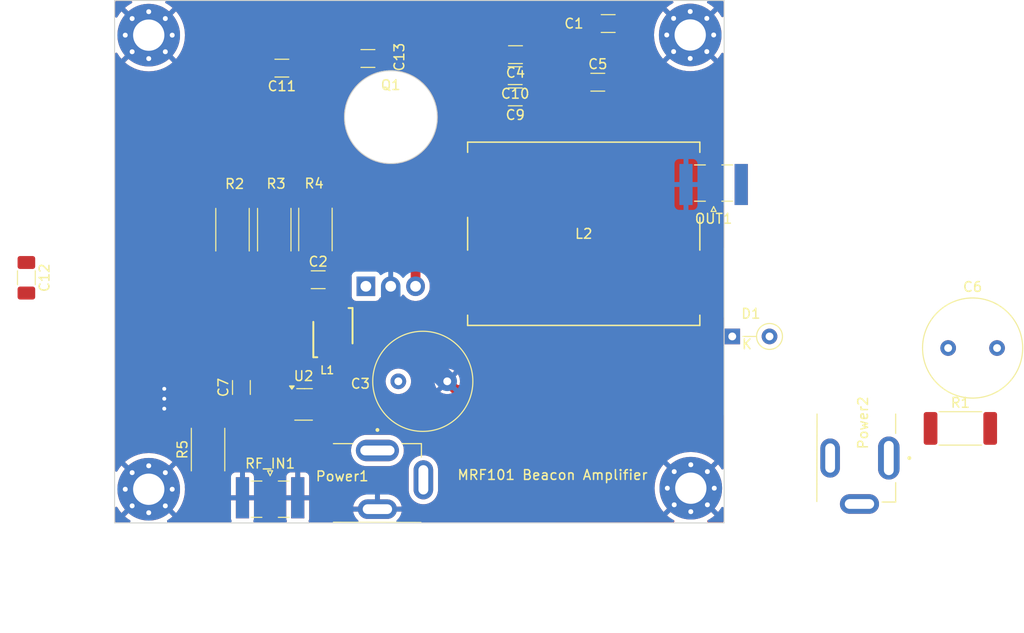
<source format=kicad_pcb>
(kicad_pcb (version 20240225) (generator "pcbnew") (generator_version "8.99")
  (layers (0 "F.Cu" signal) (31 "B.Cu" signal) (34 "B.Paste" user) (35 "F.Paste" user) (36 "B.SilkS" user "B.Silkscreen") (37 "F.SilkS" user "F.Silkscreen") (38 "B.Mask" user) (39 "F.Mask" user) (44 "Edge.Cuts" user))
  (net 0 "")
  (net 1 "GND")
  (net 2 "Net-(C1-Pad2)")
  (net 3 "Net-(Q1-D)")
  (net 4 "Net-(U2-OUT)")
  (net 5 "Net-(C2-Pad1)")
  (net 6 "+VDC")
  (net 7 "UCC_POWER")
  (net 8 "Net-(C12-Pad1)")
  (net 11 "Net-(R1-Pad2)")
  (net 12 "Net-(Q1-G)")
  (net 13 "Net-(R2-Pad2)")
  (net 14 "Net-(OUT1-In)")
  (net 15 "Net-(R3-Pad2)")
  (net 16 "Net-(RF_IN1-In)")
  (footprint "Capacitor_SMD:C_1206_3216Metric_Pad1.33x1.80mm_HandSolder" (layer "F.Cu") (at 40 106.5 -90)
    (property "Reference" "C12" (at 0 -1.85 -90) (layer "F.SilkS"))
    (property "Value" "100n")
    (fp_line (start -0.711252 0.91) (end 0.711252 0.91) (stroke (width 0.12)) (layer "F.SilkS"))
    (fp_line (start -0.711252 -0.91) (end 0.711252 -0.91) (stroke (width 0.12)) (layer "F.SilkS"))
    (pad "1" smd roundrect (at -1.5625 0 270) (size 1.325 1.8) (layers "F.Cu" "F.Paste" "F.Mask") (roundrect_rratio 0.188679) (net 8 "Net-(C12-Pad1)"))
    (pad "2" smd roundrect (at 1.5625 0 270) (size 1.325 1.8) (layers "F.Cu" "F.Paste" "F.Mask") (roundrect_rratio 0.188679) (net 14 "Net-(OUT1-In)"))
  )
  (footprint "Resistor_SMD:R_2512_6332Metric_Pad1.40x3.35mm_HandSolder" (layer "F.Cu") (at 58.58 124.07 90)
    (property "Reference" "R5" (at 0 -2.62 90) (layer "F.SilkS"))
    (property "Value" "100k")
    (fp_line (start -2.177064 -1.71) (end 2.177064 -1.71) (stroke (width 0.12)) (layer "F.SilkS"))
    (fp_line (start -2.177064 1.71) (end 2.177064 1.71) (stroke (width 0.12)) (layer "F.SilkS"))
    (pad "1" smd roundrect (at -3.05 0 90) (size 1.4 3.35) (layers "F.Cu" "F.Paste" "F.Mask") (roundrect_rratio 0.178571) (net 1 "GND"))
    (pad "2" smd roundrect (at 3.05 0 90) (size 1.4 3.35) (layers "F.Cu" "F.Paste" "F.Mask") (roundrect_rratio 0.178571) (net 12 "Net-(Q1-G)"))
  )
  (footprint "Resistor_SMD:R_2512_6332Metric_Pad1.40x3.35mm_HandSolder" (layer "F.Cu") (at 69.56 101.56 -90)
    (property "Reference" "R4" (at -4.7 0.13 0) (layer "F.SilkS"))
    (property "Value" "100" (hide yes))
    (fp_line (start -2.177064 1.71) (end 2.177064 1.71) (stroke (width 0.12)) (layer "F.SilkS"))
    (fp_line (start -2.177064 -1.71) (end 2.177064 -1.71) (stroke (width 0.12)) (layer "F.SilkS"))
    (pad "1" smd roundrect (at -3.05 0 270) (size 1.4 3.35) (layers "F.Cu" "F.Paste" "F.Mask") (roundrect_rratio 0.178571) (net 15 "Net-(R3-Pad2)"))
    (pad "2" smd roundrect (at 3.05 0 270) (size 1.4 3.35) (layers "F.Cu" "F.Paste" "F.Mask") (roundrect_rratio 0.178571) (net 5 "Net-(C2-Pad1)"))
  )
  (footprint "Resistor_SMD:R_2512_6332Metric_Pad1.40x3.35mm_HandSolder" (layer "F.Cu") (at 135.52 121.905)
    (property "Reference" "R1" (at 0 -2.62 0) (layer "F.SilkS"))
    (property "Value" "100")
    (fp_line (start -2.177064 -1.71) (end 2.177064 -1.71) (stroke (width 0.12)) (layer "F.SilkS"))
    (fp_line (start -2.177064 1.71) (end 2.177064 1.71) (stroke (width 0.12)) (layer "F.SilkS"))
    (pad "1" smd roundrect (at -3.05 0) (size 1.4 3.35) (layers "F.Cu" "F.Paste" "F.Mask") (roundrect_rratio 0.178571) (net 2 "Net-(C1-Pad2)"))
    (pad "2" smd roundrect (at 3.05 0) (size 1.4 3.35) (layers "F.Cu" "F.Paste" "F.Mask") (roundrect_rratio 0.178571) (net 11 "Net-(R1-Pad2)"))
  )
  (footprint "Capacitor_THT:C_Radial_D10.0mm_H12.5mm_P5.00mm" (layer "F.Cu") (at 78.04 117.09)
    (property "Reference" "C3" (at -3.886 0.246 0) (layer "F.SilkS"))
    (property "Value" "330u" (hide yes))
    (fp_circle (center 2.5 0) (end 7.62 0) (stroke (width 0.12)) (fill none) (layer "F.SilkS"))
    (pad "1" thru_hole circle (at 0 0) (size 1.6 1.6) (drill 0.8) (layers "*.Cu" "*.Mask") (net 6 "+VDC"))
    (pad "2" thru_hole circle (at 5 0) (size 1.6 1.6) (drill 0.8) (layers "*.Cu" "*.Mask") (net 1 "GND"))
  )
  (footprint "Capacitor_SMD:C_1206_3216Metric_Pad1.33x1.80mm_HandSolder" (layer "F.Cu") (at 61.99 117.72 90)
    (property "Reference" "C7" (at 0 -1.85 90) (layer "F.SilkS"))
    (property "Value" "100n")
    (fp_line (start -0.711252 -0.91) (end 0.711252 -0.91) (stroke (width 0.12)) (layer "F.SilkS"))
    (fp_line (start -0.711252 0.91) (end 0.711252 0.91) (stroke (width 0.12)) (layer "F.SilkS"))
    (pad "1" smd roundrect (at -1.5625 0 90) (size 1.325 1.8) (layers "F.Cu" "F.Paste" "F.Mask") (roundrect_rratio 0.188679) (net 6 "+VDC"))
    (pad "2" smd roundrect (at 1.5625 0 90) (size 1.325 1.8) (layers "F.Cu" "F.Paste" "F.Mask") (roundrect_rratio 0.188679) (net 1 "GND"))
  )
  (footprint "Capacitor_SMD:C_1206_3216Metric_Pad1.33x1.80mm_HandSolder" (layer "F.Cu") (at 90.0215 83.682 180)
    (property "Reference" "C4" (at 0 -1.85 180) (layer "F.SilkS"))
    (property "Value" "1n")
    (fp_line (start -0.711252 0.91) (end 0.711252 0.91) (stroke (width 0.12)) (layer "F.SilkS"))
    (fp_line (start -0.711252 -0.91) (end 0.711252 -0.91) (stroke (width 0.12)) (layer "F.SilkS"))
    (pad "1" smd roundrect (at -1.5625 0 180) (size 1.325 1.8) (layers "F.Cu" "F.Paste" "F.Mask") (roundrect_rratio 0.188679) (net 7 "UCC_POWER"))
    (pad "2" smd roundrect (at 1.5625 0 180) (size 1.325 1.8) (layers "F.Cu" "F.Paste" "F.Mask") (roundrect_rratio 0.188679) (net 1 "GND"))
  )
  (footprint "footprints:WE-CAIR_4248" (layer "F.Cu") (at 71.35 112.11)
    (property "Reference" "L1" (at -0.59 3.84 0) (layer "F.SilkS") (effects (font (size 0.8 0.8))))
    (property "Value" "47nH" (hide yes))
    (fp_line (start -2.005 -1.1) (end -2.005 2.515) (stroke (width 0.2)) (layer "F.SilkS"))
    (fp_line (start -2.005 2.515) (end -1.6 2.515) (stroke (width 0.2)) (layer "F.SilkS"))
    (fp_line (start 2.005 -2.515) (end 1.6 -2.515) (stroke (width 0.2)) (layer "F.SilkS"))
    (fp_line (start 2.005 -2.515) (end 2.005 1.1) (stroke (width 0.2)) (layer "F.SilkS"))
    (pad "1" smd rect (at -1.31 -2.165 270) (size 1.48 5.16) (layers "F.Cu" "F.Paste" "F.Mask") (net 2 "Net-(C1-Pad2)"))
    (pad "2" smd rect (at 1.31 2.165 270) (size 1.48 5.16) (layers "F.Cu" "F.Paste" "F.Mask") (net 12 "Net-(Q1-G)"))
  )
  (footprint "Capacitor_SMD:C_1206_3216Metric_Pad1.33x1.80mm_HandSolder" (layer "F.Cu") (at 99.5 80.5)
    (property "Reference" "C1" (at -3.5 0 0) (layer "F.SilkS"))
    (property "Value" "10n")
    (fp_line (start -0.711252 -0.91) (end 0.711252 -0.91) (stroke (width 0.12)) (layer "F.SilkS"))
    (fp_line (start -0.711252 0.91) (end 0.711252 0.91) (stroke (width 0.12)) (layer "F.SilkS"))
    (pad "1" smd roundrect (at -1.5625 0) (size 1.325 1.8) (layers "F.Cu" "F.Paste" "F.Mask") (roundrect_rratio 0.188679) (net 4 "Net-(U2-OUT)"))
    (pad "2" smd roundrect (at 1.5625 0) (size 1.325 1.8) (layers "F.Cu" "F.Paste" "F.Mask") (roundrect_rratio 0.188679) (net 2 "Net-(C1-Pad2)"))
  )
  (footprint "Package_TO_SOT_SMD:SOT-23-5_HandSoldering" (layer "F.Cu") (at 68.35 119.45)
    (property "Reference" "U2" (at 0 -2.9 0) (layer "F.SilkS"))
    (property "Value" "UCC27517DBVR" (hide yes))
    (fp_line (start -0.9 1.61) (end 0.9 1.61) (stroke (width 0.12)) (layer "F.SilkS"))
    (fp_line (start 0.1 -1.61) (end -0.7 -1.61) (stroke (width 0.12)) (layer "F.SilkS"))
    (fp_line (start 0.1 -1.61) (end 0.9 -1.61) (stroke (width 0.12)) (layer "F.SilkS"))
    (fp_poly (pts (xy -1.2 -1.56) (xy -1.44 -1.89) (xy -0.96 -1.89) (xy -1.2 -1.56)) (stroke (width 0.12)) (fill solid) (layer "F.SilkS"))
    (pad "1" smd roundrect (at -1.35 -0.95) (size 1.56 0.65) (layers "F.Cu" "F.Paste" "F.Mask") (net 7 "UCC_POWER"))
    (pad "2" smd roundrect (at -1.35 0) (size 1.56 0.65) (layers "F.Cu" "F.Paste" "F.Mask") (net 1 "GND"))
    (pad "3" smd roundrect (at -1.35 0.95) (size 1.56 0.65) (layers "F.Cu" "F.Paste" "F.Mask") (net 16 "Net-(RF_IN1-In)"))
    (pad "4" smd roundrect (at 1.35 0.95) (size 1.56 0.65) (layers "F.Cu" "F.Paste" "F.Mask") (net 1 "GND"))
    (pad "5" smd roundrect (at 1.35 -0.95) (size 1.56 0.65) (layers "F.Cu" "F.Paste" "F.Mask") (net 4 "Net-(U2-OUT)"))
  )
  (footprint "Connector_Coaxial:SMA_Samtec_SMA-J-P-X-ST-EM1_EdgeMount" (layer "F.Cu") (at 64.925 129)
    (property "Reference" "RF_IN1" (at 0 -3.5 0) (layer "F.SilkS"))
    (property "Value" "SMA")
    (fp_line (start -1.95 -1.71) (end -0.84 -1.71) (stroke (width 0.12)) (layer "F.SilkS"))
    (fp_line (start -1.95 2) (end -0.84 2) (stroke (width 0.12)) (layer "F.SilkS"))
    (fp_line (start -0.25 -2.76) (end 0 -2.26) (stroke (width 0.12)) (layer "F.SilkS"))
    (fp_line (start 0 -2.26) (end 0.25 -2.76) (stroke (width 0.12)) (layer "F.SilkS"))
    (fp_line (start 0.25 -2.76) (end -0.25 -2.76) (stroke (width 0.12)) (layer "F.SilkS"))
    (fp_line (start 0.84 -1.71) (end 1.95 -1.71) (stroke (width 0.12)) (layer "F.SilkS"))
    (fp_line (start 0.84 2) (end 1.95 2) (stroke (width 0.12)) (layer "F.SilkS"))
    (pad "1" smd rect (at 0 0.2) (size 1.27 3.6) (layers "F.Cu" "F.Paste" "F.Mask") (net 16 "Net-(RF_IN1-In)"))
    (pad "2" smd rect (at -2.825 0) (size 1.35 4.2) (layers "F.Cu" "F.Paste" "F.Mask") (net 1 "GND"))
    (pad "2" smd rect (at -2.825 0) (size 1.35 4.2) (layers "B.Cu" "B.Paste" "B.Mask") (net 1 "GND"))
    (pad "2" smd rect (at 2.825 0) (size 1.35 4.2) (layers "F.Cu" "F.Paste" "F.Mask") (net 1 "GND"))
    (pad "2" smd rect (at 2.825 0) (size 1.35 4.2) (layers "B.Cu" "B.Paste" "B.Mask") (net 1 "GND"))
  )
  (footprint "MountingHole:MountingHole_3.2mm_M3_Pad_Via" (layer "F.Cu") (at 52.512944 81.687056)
    (property "Reference" "H1" (hide yes))
    (property "Value" "MountingHole_Pad" (hide yes))
    (pad "1" thru_hole circle (at -2.4 0) (size 0.8 0.8) (drill 0.5) (layers "*.Cu" "*.Mask") (net 1 "GND"))
    (pad "1" thru_hole circle (at -1.697056 -1.697056) (size 0.8 0.8) (drill 0.5) (layers "*.Cu" "*.Mask") (net 1 "GND"))
    (pad "1" thru_hole circle (at -1.697056 1.697056) (size 0.8 0.8) (drill 0.5) (layers "*.Cu" "*.Mask") (net 1 "GND"))
    (pad "1" thru_hole circle (at 0 -2.4) (size 0.8 0.8) (drill 0.5) (layers "*.Cu" "*.Mask") (net 1 "GND"))
    (pad "1" thru_hole circle (at 0 0) (size 6.4 6.4) (drill 3.2) (layers "*.Cu" "*.Mask") (net 1 "GND"))
    (pad "1" thru_hole circle (at 0 2.4) (size 0.8 0.8) (drill 0.5) (layers "*.Cu" "*.Mask") (net 1 "GND"))
    (pad "1" thru_hole circle (at 1.697056 -1.697056) (size 0.8 0.8) (drill 0.5) (layers "*.Cu" "*.Mask") (net 1 "GND"))
    (pad "1" thru_hole circle (at 1.697056 1.697056) (size 0.8 0.8) (drill 0.5) (layers "*.Cu" "*.Mask") (net 1 "GND"))
    (pad "1" thru_hole circle (at 2.4 0) (size 0.8 0.8) (drill 0.5) (layers "*.Cu" "*.Mask") (net 1 "GND"))
  )
  (footprint "Capacitor_SMD:C_1206_3216Metric_Pad1.33x1.80mm_HandSolder" (layer "F.Cu") (at 89.9895 85.828 180)
    (property "Reference" "C10" (at 0 -1.85 180) (layer "F.SilkS"))
    (property "Value" "100n")
    (fp_line (start -0.711252 0.91) (end 0.711252 0.91) (stroke (width 0.12)) (layer "F.SilkS"))
    (fp_line (start -0.711252 -0.91) (end 0.711252 -0.91) (stroke (width 0.12)) (layer "F.SilkS"))
    (pad "1" smd roundrect (at -1.5625 0 180) (size 1.325 1.8) (layers "F.Cu" "F.Paste" "F.Mask") (roundrect_rratio 0.188679) (net 6 "+VDC"))
    (pad "2" smd roundrect (at 1.5625 0 180) (size 1.325 1.8) (layers "F.Cu" "F.Paste" "F.Mask") (roundrect_rratio 0.188679) (net 1 "GND"))
  )
  (footprint "Capacitor_THT:C_Radial_D10.0mm_H12.5mm_P5.00mm" (layer "F.Cu") (at 134.27 113.685)
    (property "Reference" "C6" (at 2.5 -6.25 0) (layer "F.SilkS"))
    (property "Value" "330u")
    (fp_circle (center 2.5 0) (end 7.62 0) (stroke (width 0.12)) (fill none) (layer "F.SilkS"))
    (pad "1" thru_hole circle (at 0 0) (size 1.6 1.6) (drill 0.8) (layers "*.Cu" "*.Mask") (net 7 "UCC_POWER"))
    (pad "2" thru_hole circle (at 5 0) (size 1.6 1.6) (drill 0.8) (layers "*.Cu" "*.Mask") (net 1 "GND"))
  )
  (footprint "footprints:TO-220-3_Horizontal_TabDown" (layer "F.Cu") (at 74.72 107.37)
    (property "Reference" "Q1" (at 2.54 -20.58 0) (layer "F.SilkS"))
    (property "Value" "MRF101AN" (hide yes))
    (pad "" np_thru_hole oval (at 2.54 -16.66) (size 3.5 3.5) (drill 3.5) (layers "*.Cu" "*.Mask"))
    (pad "1" thru_hole rect (at 0 0) (size 1.905 2) (drill 1.1) (layers "*.Cu" "*.Mask") (net 12 "Net-(Q1-G)"))
    (pad "2" thru_hole oval (at 2.54 0) (size 1.905 2) (drill 1.1) (layers "*.Cu" "*.Mask") (net 1 "GND"))
    (pad "3" thru_hole oval (at 5.08 0) (size 1.905 2) (drill 1.1) (layers "*.Cu" "*.Mask") (net 3 "Net-(Q1-D)"))
  )
  (footprint "footprints:744851330_WRE" (layer "F.Cu") (at 97 102)
    (property "Reference" "L2" (at 0 0 0) (layer "F.SilkS"))
    (property "Value" "744851330")
    (fp_line (start -11.8745 -9.3726) (end -11.8745 -8.32994) (stroke (width 0.1524)) (layer "F.SilkS"))
    (fp_line (start -11.8745 -1.67006) (end -11.8745 1.67006) (stroke (width 0.1524)) (layer "F.SilkS"))
    (fp_line (start -11.8745 8.32994) (end -11.8745 9.3726) (stroke (width 0.1524)) (layer "F.SilkS"))
    (fp_line (start -11.8745 9.3726) (end 11.8745 9.3726) (stroke (width 0.1524)) (layer "F.SilkS"))
    (fp_line (start 11.8745 -9.3726) (end -11.8745 -9.3726) (stroke (width 0.1524)) (layer "F.SilkS"))
    (fp_line (start 11.8745 -8.32994) (end 11.8745 -9.3726) (stroke (width 0.1524)) (layer "F.SilkS"))
    (fp_line (start 11.8745 1.67006) (end 11.8745 -1.67006) (stroke (width 0.1524)) (layer "F.SilkS"))
    (fp_line (start 11.8745 9.3726) (end 11.8745 8.32994) (stroke (width 0.1524)) (layer "F.SilkS"))
    (pad "1" smd rect (at -10.3 5) (size 3.9878 5.9944) (layers "F.Cu" "F.Paste" "F.Mask") (net 8 "Net-(C12-Pad1)"))
    (pad "2" smd rect (at -10.3 -5) (size 3.9878 5.9944) (layers "F.Cu" "F.Paste" "F.Mask") (net 3 "Net-(Q1-D)"))
    (pad "3" smd rect (at 10.3 -5) (size 3.9878 5.9944) (layers "F.Cu" "F.Paste" "F.Mask") (net 6 "+VDC"))
    (pad "4" smd rect (at 10.3 5) (size 3.9878 5.9944) (layers "F.Cu" "F.Paste" "F.Mask") (net 3 "Net-(Q1-D)"))
  )
  (footprint "MountingHole:MountingHole_3.2mm_M3_Pad_Via" (layer "F.Cu") (at 52.512944 128.127056)
    (property "Reference" "H4" (hide yes))
    (property "Value" "MountingHole_Pad" (hide yes))
    (pad "1" thru_hole circle (at -2.4 0) (size 0.8 0.8) (drill 0.5) (layers "*.Cu" "*.Mask") (net 1 "GND"))
    (pad "1" thru_hole circle (at -1.697056 -1.697056) (size 0.8 0.8) (drill 0.5) (layers "*.Cu" "*.Mask") (net 1 "GND"))
    (pad "1" thru_hole circle (at -1.697056 1.697056) (size 0.8 0.8) (drill 0.5) (layers "*.Cu" "*.Mask") (net 1 "GND"))
    (pad "1" thru_hole circle (at 0 -2.4) (size 0.8 0.8) (drill 0.5) (layers "*.Cu" "*.Mask") (net 1 "GND"))
    (pad "1" thru_hole circle (at 0 0) (size 6.4 6.4) (drill 3.2) (layers "*.Cu" "*.Mask") (net 1 "GND"))
    (pad "1" thru_hole circle (at 0 2.4) (size 0.8 0.8) (drill 0.5) (layers "*.Cu" "*.Mask") (net 1 "GND"))
    (pad "1" thru_hole circle (at 1.697056 -1.697056) (size 0.8 0.8) (drill 0.5) (layers "*.Cu" "*.Mask") (net 1 "GND"))
    (pad "1" thru_hole circle (at 1.697056 1.697056) (size 0.8 0.8) (drill 0.5) (layers "*.Cu" "*.Mask") (net 1 "GND"))
    (pad "1" thru_hole circle (at 2.4 0) (size 0.8 0.8) (drill 0.5) (layers "*.Cu" "*.Mask") (net 1 "GND"))
  )
  (footprint "Capacitor_SMD:C_1206_3216Metric_Pad1.33x1.80mm_HandSolder" (layer "F.Cu") (at 69.8425 106.7)
    (property "Reference" "C2" (at 0 -1.85 0) (layer "F.SilkS"))
    (property "Value" "100n")
    (fp_line (start -0.711252 -0.91) (end 0.711252 -0.91) (stroke (width 0.12)) (layer "F.SilkS"))
    (fp_line (start -0.711252 0.91) (end 0.711252 0.91) (stroke (width 0.12)) (layer "F.SilkS"))
    (pad "1" smd roundrect (at -1.5625 0) (size 1.325 1.8) (layers "F.Cu" "F.Paste" "F.Mask") (roundrect_rratio 0.188679) (net 5 "Net-(C2-Pad1)"))
    (pad "2" smd roundrect (at 1.5625 0) (size 1.325 1.8) (layers "F.Cu" "F.Paste" "F.Mask") (roundrect_rratio 0.188679) (net 3 "Net-(Q1-D)"))
  )
  (footprint "footprints:XKB_DC-005-5A-2.0_Modded" (layer "F.Cu") (at 75.9 130.1625 90)
    (property "Reference" "Power1" (at 3.36 -3.6 0) (layer "F.SilkS"))
    (property "Value" "DC-005 (Barrel Jack)" (hide yes))
    (fp_line (start 6.7 -4.5) (end 6.7 -2.52) (stroke (width 0.127)) (layer "F.SilkS"))
    (fp_line (start -1.34 -4.5) (end -1.36 4.45) (stroke (width 0.12)) (layer "F.SilkS"))
    (fp_line (start 6.7 4.5) (end 6.7 2.52) (stroke (width 0.127)) (layer "F.SilkS"))
    (fp_line (start 6.7 4.5) (end 5.32 4.5) (stroke (width 0.127)) (layer "F.SilkS"))
    (fp_circle (center 8.1 0) (end 8.2 0) (stroke (width 0.2)) (fill none) (layer "F.SilkS"))
    (pad "1" thru_hole oval (at 6 0 90) (size 2.2 4.4) (drill oval 1 3.5) (layers "*.Cu" "*.Mask") (net 6 "+VDC"))
    (pad "2" thru_hole oval (at 0 0 90) (size 2 4) (drill oval 1 3) (layers "*.Cu" "*.Mask") (net 1 "GND"))
    (pad "3" thru_hole oval (at 3 4.7 90) (size 4 2) (drill oval 3 1) (layers "*.Cu" "*.Mask"))
  )
  (footprint "Diode_THT:D_DO-35_SOD27_P3.81mm_Vertical_KathodeUp" (layer "F.Cu") (at 112.19 112.5)
    (property "Reference" "D1" (at 1.905 -2.326371 0) (layer "F.SilkS"))
    (property "Value" "8.2v")
    (fp_line (start 2.483629 0) (end 1.1 0) (stroke (width 0.12)) (layer "F.SilkS"))
    (fp_circle (center 3.81 0) (end 5.136371 0) (stroke (width 0.12)) (fill none) (layer "F.SilkS"))
    (fp_text user "K" (at 1.5 0.8 0) (layer "F.SilkS"))
    (pad "1" thru_hole rect (at 0 0) (size 1.6 1.6) (drill 0.8) (layers "*.Cu" "*.Mask") (net 7 "UCC_POWER"))
    (pad "2" thru_hole oval (at 3.81 0) (size 1.6 1.6) (drill 0.8) (layers "*.Cu" "*.Mask") (net 1 "GND"))
  )
  (footprint "Capacitor_SMD:C_1206_3216Metric_Pad1.33x1.80mm_HandSolder" (layer "F.Cu") (at 90 88 180)
    (property "Reference" "C9" (at 0 -1.85 180) (layer "F.SilkS"))
    (property "Value" "10u")
    (fp_line (start -0.711252 0.91) (end 0.711252 0.91) (stroke (width 0.12)) (layer "F.SilkS"))
    (fp_line (start -0.711252 -0.91) (end 0.711252 -0.91) (stroke (width 0.12)) (layer "F.SilkS"))
    (pad "1" smd roundrect (at -1.5625 0 180) (size 1.325 1.8) (layers "F.Cu" "F.Paste" "F.Mask") (roundrect_rratio 0.188679) (net 7 "UCC_POWER"))
    (pad "2" smd roundrect (at 1.5625 0 180) (size 1.325 1.8) (layers "F.Cu" "F.Paste" "F.Mask") (roundrect_rratio 0.188679) (net 1 "GND"))
  )
  (footprint "Capacitor_SMD:C_1206_3216Metric_Pad1.33x1.80mm_HandSolder" (layer "F.Cu") (at 66.1275 85.06 180)
    (property "Reference" "C11" (at 0 -1.85 180) (layer "F.SilkS"))
    (property "Value" "100n")
    (fp_line (start -0.711252 0.91) (end 0.711252 0.91) (stroke (width 0.12)) (layer "F.SilkS"))
    (fp_line (start -0.711252 -0.91) (end 0.711252 -0.91) (stroke (width 0.12)) (layer "F.SilkS"))
    (pad "1" smd roundrect (at -1.5625 0 180) (size 1.325 1.8) (layers "F.Cu" "F.Paste" "F.Mask") (roundrect_rratio 0.188679) (net 6 "+VDC"))
    (pad "2" smd roundrect (at 1.5625 0 180) (size 1.325 1.8) (layers "F.Cu" "F.Paste" "F.Mask") (roundrect_rratio 0.188679) (net 1 "GND"))
  )
  (footprint "Capacitor_SMD:C_1206_3216Metric_Pad1.33x1.80mm_HandSolder" (layer "F.Cu") (at 98.4375 86.5)
    (property "Reference" "C5" (at 0 -1.85 0) (layer "F.SilkS"))
    (property "Value" "220p")
    (fp_line (start -0.711252 -0.91) (end 0.711252 -0.91) (stroke (width 0.12)) (layer "F.SilkS"))
    (fp_line (start -0.711252 0.91) (end 0.711252 0.91) (stroke (width 0.12)) (layer "F.SilkS"))
    (pad "1" smd roundrect (at -1.5625 0) (size 1.325 1.8) (layers "F.Cu" "F.Paste" "F.Mask") (roundrect_rratio 0.188679) (net 3 "Net-(Q1-D)"))
    (pad "2" smd roundrect (at 1.5625 0) (size 1.325 1.8) (layers "F.Cu" "F.Paste" "F.Mask") (roundrect_rratio 0.188679) (net 1 "GND"))
  )
  (footprint "MountingHole:MountingHole_3.2mm_M3_Pad_Via" (layer "F.Cu") (at 107.89 81.67)
    (property "Reference" "H2" (hide yes))
    (property "Value" "MountingHole_Pad" (hide yes))
    (pad "1" thru_hole circle (at -2.4 0) (size 0.8 0.8) (drill 0.5) (layers "*.Cu" "*.Mask") (net 1 "GND"))
    (pad "1" thru_hole circle (at -1.697056 -1.697056) (size 0.8 0.8) (drill 0.5) (layers "*.Cu" "*.Mask") (net 1 "GND"))
    (pad "1" thru_hole circle (at -1.697056 1.697056) (size 0.8 0.8) (drill 0.5) (layers "*.Cu" "*.Mask") (net 1 "GND"))
    (pad "1" thru_hole circle (at 0 -2.4) (size 0.8 0.8) (drill 0.5) (layers "*.Cu" "*.Mask") (net 1 "GND"))
    (pad "1" thru_hole circle (at 0 0) (size 6.4 6.4) (drill 3.2) (layers "*.Cu" "*.Mask") (net 1 "GND"))
    (pad "1" thru_hole circle (at 0 2.4) (size 0.8 0.8) (drill 0.5) (layers "*.Cu" "*.Mask") (net 1 "GND"))
    (pad "1" thru_hole circle (at 1.697056 -1.697056) (size 0.8 0.8) (drill 0.5) (layers "*.Cu" "*.Mask") (net 1 "GND"))
    (pad "1" thru_hole circle (at 1.697056 1.697056) (size 0.8 0.8) (drill 0.5) (layers "*.Cu" "*.Mask") (net 1 "GND"))
    (pad "1" thru_hole circle (at 2.4 0) (size 0.8 0.8) (drill 0.5) (layers "*.Cu" "*.Mask") (net 1 "GND"))
  )
  (footprint "Resistor_SMD:R_2512_6332Metric_Pad1.40x3.35mm_HandSolder" (layer "F.Cu") (at 65.35 101.58 90)
    (property "Reference" "R3" (at 4.7 0.19 0) (layer "F.SilkS"))
    (property "Value" "100" (hide yes))
    (fp_line (start -2.177064 -1.71) (end 2.177064 -1.71) (stroke (width 0.12)) (layer "F.SilkS"))
    (fp_line (start -2.177064 1.71) (end 2.177064 1.71) (stroke (width 0.12)) (layer "F.SilkS"))
    (pad "1" smd roundrect (at -3.05 0 90) (size 1.4 3.35) (layers "F.Cu" "F.Paste" "F.Mask") (roundrect_rratio 0.178571) (net 13 "Net-(R2-Pad2)"))
    (pad "2" smd roundrect (at 3.05 0 90) (size 1.4 3.35) (layers "F.Cu" "F.Paste" "F.Mask") (roundrect_rratio 0.178571) (net 15 "Net-(R3-Pad2)"))
  )
  (footprint "MountingHole:MountingHole_3.2mm_M3_Pad_Via" (layer "F.Cu") (at 107.95 128.02)
    (property "Reference" "H3" (hide yes))
    (property "Value" "MountingHole_Pad" (hide yes))
    (pad "1" thru_hole circle (at -2.4 0) (size 0.8 0.8) (drill 0.5) (layers "*.Cu" "*.Mask") (net 1 "GND"))
    (pad "1" thru_hole circle (at -1.697056 -1.697056) (size 0.8 0.8) (drill 0.5) (layers "*.Cu" "*.Mask") (net 1 "GND"))
    (pad "1" thru_hole circle (at -1.697056 1.697056) (size 0.8 0.8) (drill 0.5) (layers "*.Cu" "*.Mask") (net 1 "GND"))
    (pad "1" thru_hole circle (at 0 -2.4) (size 0.8 0.8) (drill 0.5) (layers "*.Cu" "*.Mask") (net 1 "GND"))
    (pad "1" thru_hole circle (at 0 0) (size 6.4 6.4) (drill 3.2) (layers "*.Cu" "*.Mask") (net 1 "GND"))
    (pad "1" thru_hole circle (at 0 2.4) (size 0.8 0.8) (drill 0.5) (layers "*.Cu" "*.Mask") (net 1 "GND"))
    (pad "1" thru_hole circle (at 1.697056 -1.697056) (size 0.8 0.8) (drill 0.5) (layers "*.Cu" "*.Mask") (net 1 "GND"))
    (pad "1" thru_hole circle (at 1.697056 1.697056) (size 0.8 0.8) (drill 0.5) (layers "*.Cu" "*.Mask") (net 1 "GND"))
    (pad "1" thru_hole circle (at 2.4 0) (size 0.8 0.8) (drill 0.5) (layers "*.Cu" "*.Mask") (net 1 "GND"))
  )
  (footprint "footprints:XKB_DC-005-5A-2.0_Modded" (layer "F.Cu") (at 122.2 124.935)
    (property "Reference" "Power2" (at 3.36 -3.6 90) (layer "F.SilkS"))
    (property "Value" "DC-005 (Barrel Jack)" (hide yes))
    (fp_line (start -1.34 -4.5) (end -1.36 4.45) (stroke (width 0.12)) (layer "F.SilkS"))
    (fp_line (start 6.7 -4.5) (end 6.7 -2.52) (stroke (width 0.127)) (layer "F.SilkS"))
    (fp_line (start 6.7 4.5) (end 5.32 4.5) (stroke (width 0.127)) (layer "F.SilkS"))
    (fp_line (start 6.7 4.5) (end 6.7 2.52) (stroke (width 0.127)) (layer "F.SilkS"))
    (fp_circle (center 8.1 0) (end 8.2 0) (stroke (width 0.2)) (fill none) (layer "F.SilkS"))
    (pad "1" thru_hole oval (at 6 0) (size 2.2 4.4) (drill oval 1 3.5) (layers "*.Cu" "*.Mask") (net 7 "UCC_POWER"))
    (pad "2" thru_hole oval (at 0 0) (size 2 4) (drill oval 1 3) (layers "*.Cu" "*.Mask") (net 1 "GND"))
    (pad "3" thru_hole oval (at 3 4.7) (size 4 2) (drill oval 3 1) (layers "*.Cu" "*.Mask"))
  )
  (footprint "Capacitor_SMD:C_1206_3216Metric_Pad1.33x1.80mm_HandSolder" (layer "F.Cu") (at 74.93 84.074)
    (property "Reference" "C13" (at 3.21 -0.144 90) (layer "F.SilkS"))
    (property "Value" "100n" (hide yes))
    (fp_line (start -0.711252 -0.91) (end 0.711252 -0.91) (stroke (width 0.12)) (layer "F.SilkS"))
    (fp_line (start -0.711252 0.91) (end 0.711252 0.91) (stroke (width 0.12)) (layer "F.SilkS"))
    (pad "1" smd roundrect (at -1.5625 0) (size 1.325 1.8) (layers "F.Cu" "F.Paste" "F.Mask") (roundrect_rratio 0.188679) (net 8 "Net-(C12-Pad1)"))
    (pad "2" smd roundrect (at 1.5625 0) (size 1.325 1.8) (layers "F.Cu" "F.Paste" "F.Mask") (roundrect_rratio 0.188679) (net 14 "Net-(OUT1-In)"))
  )
  (footprint "Connector_Coaxial:SMA_Samtec_SMA-J-P-X-ST-EM1_EdgeMount" (layer "F.Cu") (at 110.282 96.96 180)
    (property "Reference" "OUT1" (at 0 -3.5 180) (layer "F.SilkS"))
    (property "Value" "SMA")
    (fp_line (start 0.84 2) (end 1.95 2) (stroke (width 0.12)) (layer "F.SilkS"))
    (fp_line (start 0.84 -1.71) (end 1.95 -1.71) (stroke (width 0.12)) (layer "F.SilkS"))
    (fp_line (start 0.25 -2.76) (end -0.25 -2.76) (stroke (width 0.12)) (layer "F.SilkS"))
    (fp_line (start 0 -2.26) (end 0.25 -2.76) (stroke (width 0.12)) (layer "F.SilkS"))
    (fp_line (start -0.25 -2.76) (end 0 -2.26) (stroke (width 0.12)) (layer "F.SilkS"))
    (fp_line (start -1.95 2) (end -0.84 2) (stroke (width 0.12)) (layer "F.SilkS"))
    (fp_line (start -1.95 -1.71) (end -0.84 -1.71) (stroke (width 0.12)) (layer "F.SilkS"))
    (pad "1" smd rect (at 0 0.2 180) (size 1.27 3.6) (layers "F.Cu" "F.Paste" "F.Mask") (net 14 "Net-(OUT1-In)"))
    (pad "2" smd rect (at -2.825 0 180) (size 1.35 4.2) (layers "F.Cu" "F.Paste" "F.Mask") (net 1 "GND"))
    (pad "2" smd rect (at -2.825 0 180) (size 1.35 4.2) (layers "B.Cu" "B.Paste" "B.Mask") (net 1 "GND"))
    (pad "2" smd rect (at 2.825 0 180) (size 1.35 4.2) (layers "F.Cu" "F.Paste" "F.Mask") (net 1 "GND"))
    (pad "2" smd rect (at 2.825 0 180) (size 1.35 4.2) (layers "B.Cu" "B.Paste" "B.Mask") (net 1 "GND"))
  )
  (footprint "Resistor_SMD:R_2512_6332Metric_Pad1.40x3.35mm_HandSolder" (layer "F.Cu") (at 61.08 101.58 -90)
    (property "Reference" "R2" (at -4.68 -0.22 180) (layer "F.SilkS"))
    (property "Value" "100" (hide yes))
    (fp_line (start -2.177064 1.71) (end 2.177064 1.71) (stroke (width 0.12)) (layer "F.SilkS"))
    (fp_line (start -2.177064 -1.71) (end 2.177064 -1.71) (stroke (width 0.12)) (layer "F.SilkS"))
    (pad "1" smd roundrect (at -3.05 0 270) (size 1.4 3.35) (layers "F.Cu" "F.Paste" "F.Mask") (roundrect_rratio 0.178571) (net 11 "Net-(R1-Pad2)"))
    (pad "2" smd roundrect (at 3.05 0 270) (size 1.4 3.35) (layers "F.Cu" "F.Paste" "F.Mask") (roundrect_rratio 0.178571) (net 13 "Net-(R2-Pad2)"))
  )
  (gr_rect (start 49.022 78.142) (end 111.362 131.572) (stroke (width 0.1)) (fill none) (layer "Edge.Cuts"))
  (gr_circle (center 77.27825 90.07175) (end 78.46825 85.48175) (stroke (width 0.1)) (fill none) (layer "Edge.Cuts"))
  (gr_text "MRF101 Beacon Amplifier" (at 84 127.25 0) (layer "F.SilkS") (effects (font (size 1 1)) (justify left bottom)))
  (segment (start 52.24 93.76) (end 52.83 93.17) (width 1) (layer "F.Cu") (net 1))
  (segment (start 56.532 125.62) (end 55.118 124.206) (width 1) (layer "F.Cu") (net 1))
  (segment (start 65.01 91.24) (end 68.98 91.24) (width 1) (layer "F.Cu") (net 1))
  (segment (start 83.92 117.97) (end 83.04 117.09) (width 1) (layer "F.Cu") (net 1))
  (segment (start 52.24 121.412) (end 52.24 93.76) (width 1) (layer "F.Cu") (net 1))
  (segment (start 65.01 91.24) (end 65.01 85.14) (width 1) (layer "F.Cu") (net 1))
  (segment (start 58.58 125.62) (end 56.532 125.62) (width 1) (layer "F.Cu") (net 1))
  (segment (start 64.23 91.24) (end 65.01 91.24) (width 1) (layer "F.Cu") (net 1))
  (segment (start 91.1325 117.97) (end 83.92 117.97) (width 1) (layer "F.Cu") (net 1))
  (segment (start 62.67 85.106) (end 62.686 85.09) (width 0.25) (layer "F.Cu") (net 1))
  (segment (start 59.94 93.17) (end 61.87 91.24) (width 1) (layer "F.Cu") (net 1))
  (segment (start 61.87 91.24) (end 64.23 91.24) (width 1) (layer "F.Cu") (net 1))
  (segment (start 55.118 121.412) (end 52.24 121.412) (width 1) (layer "F.Cu") (net 1))
  (segment (start 52.83 93.17) (end 59.94 93.17) (width 1) (layer "F.Cu") (net 1))
  (segment (start 55.118 124.206) (end 55.118 121.412) (width 1) (layer "F.Cu") (net 1))
  (via (at 54.102 119.888) (size 0.8) (drill 0.4) (layers "F.Cu" "B.Cu") (net 1))
  (via (at 54.102 118.872) (size 0.8) (drill 0.4) (layers "F.Cu" "B.Cu") (net 1))
  (via (at 54.102 117.856) (size 0.8) (drill 0.4) (layers "F.Cu" "B.Cu") (net 1))
  (segment (start 77.26 111.31) (end 83.04 117.09) (width 2) (layer "B.Cu") (net 1))
  (segment (start 77.26 107.37) (end 77.26 111.31) (width 2) (layer "B.Cu") (net 1))
  (segment (start 79.8 105.09) (end 79.8 107.37) (width 1) (layer "F.Cu") (net 3))
  (segment (start 79.63 104.92) (end 79.8 105.09) (width 1) (layer "F.Cu") (net 3))
  (segment (start 71.23 106.7) (end 73.01 104.92) (width 1) (layer "F.Cu") (net 3))
  (segment (start 73.01 104.92) (end 79.63 104.92) (width 1) (layer "F.Cu") (net 3))
  (segment (start 68.805 106.7) (end 68.805 105.365) (width 1) (layer "F.Cu") (net 5))
  (segment (start 61.08 98.53) (end 56.78 98.53) (width 1) (layer "F.Cu") (net 11))
  (segment (start 65.35 104.63) (end 61.08 104.63) (width 1) (layer "F.Cu") (net 13))
  (segment (start 65.35 98.53) (end 69.54 98.53) (width 1) (layer "F.Cu") (net 15))
  (zone (net 1) (net_name "GND") (layer "F.Cu") (connect_pads (clearance 0.5)) (min_thickness 0.25) (fill yes (thermal_gap 0.5) (thermal_bridge_width 0.5))
    (polygon (pts (xy 49.05 78.15) (xy 49.02 131.57) (xy 111.4 131.55) (xy 111.43 78.11)))
  )
  (zone (net 1) (net_name "GND") (layer "B.Cu") (priority 1) (connect_pads (clearance 0.5)) (min_thickness 0.25) (fill yes (thermal_gap 0.5) (thermal_bridge_width 0.5))
    (polygon (pts (xy 49.07 78.2) (xy 111.46 78.13) (xy 111.41 131.5) (xy 49.02 131.57)))
  )
)
</source>
